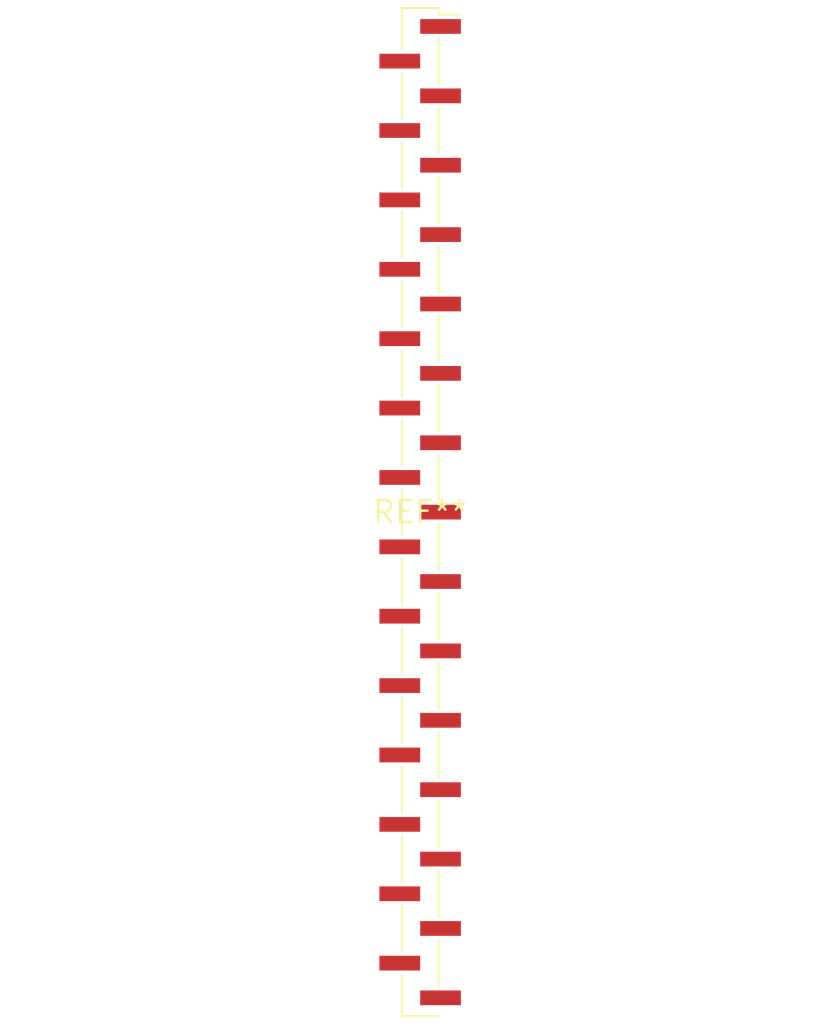
<source format=kicad_pcb>
(kicad_pcb (version 20240108) (generator pcbnew)
  (layers (0 "F.Cu" signal) (31 "B.Cu" signal) (34 "B.Paste" user) (35 "F.Paste" user) (36 "B.SilkS" user "B.Silkscreen") (37 "F.SilkS" user "F.Silkscreen") (38 "B.Mask" user) (39 "F.Mask" user) (44 "Edge.Cuts" user))
  (net 0 "")
  (footprint "PinHeader_1x29_P2.00mm_Vertical_SMD_Pin1Right" (layer "F.Cu") (at 0 0)
    (property "Reference" "REF**")
    (property "Value" "PinHeader_1x29_P2.00mm_Vertical_SMD_Pin1Right")
    (fp_line (start -1.06 -29.06) (end -1.06 -26.685) (layer "F.SilkS") (stroke (width 0.12)))
    (fp_line (start -1.06 -29.06) (end 1.06 -29.06) (layer "F.SilkS") (stroke (width 0.12)))
    (fp_line (start -1.06 -25.315) (end -1.06 -22.685) (layer "F.SilkS") (stroke (width 0.12)))
    (fp_line (start -1.06 -21.315) (end -1.06 -18.685) (layer "F.SilkS") (stroke (width 0.12)))
    (fp_line (start -1.06 -17.315) (end -1.06 -14.685) (layer "F.SilkS") (stroke (width 0.12)))
    (fp_line (start -1.06 -13.315) (end -1.06 -10.685) (layer "F.SilkS") (stroke (width 0.12)))
    (fp_line (start -1.06 -9.315) (end -1.06 -6.685) (layer "F.SilkS") (stroke (width 0.12)))
    (fp_line (start -1.06 -5.315) (end -1.06 -2.685) (layer "F.SilkS") (stroke (width 0.12)))
    (fp_line (start -1.06 -1.315) (end -1.06 1.315) (layer "F.SilkS") (stroke (width 0.12)))
    (fp_line (start -1.06 2.685) (end -1.06 5.315) (layer "F.SilkS") (stroke (width 0.12)))
    (fp_line (start -1.06 6.685) (end -1.06 9.315) (layer "F.SilkS") (stroke (width 0.12)))
    (fp_line (start -1.06 10.685) (end -1.06 13.315) (layer "F.SilkS") (stroke (width 0.12)))
    (fp_line (start -1.06 14.685) (end -1.06 17.315) (layer "F.SilkS") (stroke (width 0.12)))
    (fp_line (start -1.06 18.685) (end -1.06 21.315) (layer "F.SilkS") (stroke (width 0.12)))
    (fp_line (start -1.06 22.685) (end -1.06 25.315) (layer "F.SilkS") (stroke (width 0.12)))
    (fp_line (start -1.06 26.685) (end -1.06 29.06) (layer "F.SilkS") (stroke (width 0.12)))
    (fp_line (start -1.06 28.685) (end -1.06 29.06) (layer "F.SilkS") (stroke (width 0.12)))
    (fp_line (start -1.06 29.06) (end 1.06 29.06) (layer "F.SilkS") (stroke (width 0.12)))
    (fp_line (start 1.06 -29.06) (end 1.06 -28.685) (layer "F.SilkS") (stroke (width 0.12)))
    (fp_line (start 1.06 -28.685) (end 2.29 -28.685) (layer "F.SilkS") (stroke (width 0.12)))
    (fp_line (start 1.06 -27.315) (end 1.06 -24.685) (layer "F.SilkS") (stroke (width 0.12)))
    (fp_line (start 1.06 -23.315) (end 1.06 -20.685) (layer "F.SilkS") (stroke (width 0.12)))
    (fp_line (start 1.06 -19.315) (end 1.06 -16.685) (layer "F.SilkS") (stroke (width 0.12)))
    (fp_line (start 1.06 -15.315) (end 1.06 -12.685) (layer "F.SilkS") (stroke (width 0.12)))
    (fp_line (start 1.06 -11.315) (end 1.06 -8.685) (layer "F.SilkS") (stroke (width 0.12)))
    (fp_line (start 1.06 -7.315) (end 1.06 -4.685) (layer "F.SilkS") (stroke (width 0.12)))
    (fp_line (start 1.06 -3.315) (end 1.06 -0.685) (layer "F.SilkS") (stroke (width 0.12)))
    (fp_line (start 1.06 0.685) (end 1.06 3.315) (layer "F.SilkS") (stroke (width 0.12)))
    (fp_line (start 1.06 4.685) (end 1.06 7.315) (layer "F.SilkS") (stroke (width 0.12)))
    (fp_line (start 1.06 8.685) (end 1.06 11.315) (layer "F.SilkS") (stroke (width 0.12)))
    (fp_line (start 1.06 12.685) (end 1.06 15.315) (layer "F.SilkS") (stroke (width 0.12)))
    (fp_line (start 1.06 16.685) (end 1.06 19.315) (layer "F.SilkS") (stroke (width 0.12)))
    (fp_line (start 1.06 20.685) (end 1.06 23.315) (layer "F.SilkS") (stroke (width 0.12)))
    (fp_line (start 1.06 24.685) (end 1.06 27.315) (layer "F.SilkS") (stroke (width 0.12)))
    (pad "1" smd rect (at 1.175 -28) (size 2.35 0.85) (layers "F.Cu" "F.Paste" "F.Mask"))
    (pad "2" smd rect (at -1.175 -26) (size 2.35 0.85) (layers "F.Cu" "F.Paste" "F.Mask"))
    (pad "3" smd rect (at 1.175 -24) (size 2.35 0.85) (layers "F.Cu" "F.Paste" "F.Mask"))
    (pad "4" smd rect (at -1.175 -22) (size 2.35 0.85) (layers "F.Cu" "F.Paste" "F.Mask"))
    (pad "5" smd rect (at 1.175 -20) (size 2.35 0.85) (layers "F.Cu" "F.Paste" "F.Mask"))
    (pad "6" smd rect (at -1.175 -18) (size 2.35 0.85) (layers "F.Cu" "F.Paste" "F.Mask"))
    (pad "7" smd rect (at 1.175 -16) (size 2.35 0.85) (layers "F.Cu" "F.Paste" "F.Mask"))
    (pad "8" smd rect (at -1.175 -14) (size 2.35 0.85) (layers "F.Cu" "F.Paste" "F.Mask"))
    (pad "9" smd rect (at 1.175 -12) (size 2.35 0.85) (layers "F.Cu" "F.Paste" "F.Mask"))
    (pad "10" smd rect (at -1.175 -10) (size 2.35 0.85) (layers "F.Cu" "F.Paste" "F.Mask"))
    (pad "11" smd rect (at 1.175 -8) (size 2.35 0.85) (layers "F.Cu" "F.Paste" "F.Mask"))
    (pad "12" smd rect (at -1.175 -6) (size 2.35 0.85) (layers "F.Cu" "F.Paste" "F.Mask"))
    (pad "13" smd rect (at 1.175 -4) (size 2.35 0.85) (layers "F.Cu" "F.Paste" "F.Mask"))
    (pad "14" smd rect (at -1.175 -2) (size 2.35 0.85) (layers "F.Cu" "F.Paste" "F.Mask"))
    (pad "15" smd rect (at 1.175 0) (size 2.35 0.85) (layers "F.Cu" "F.Paste" "F.Mask"))
    (pad "16" smd rect (at -1.175 2) (size 2.35 0.85) (layers "F.Cu" "F.Paste" "F.Mask"))
    (pad "17" smd rect (at 1.175 4) (size 2.35 0.85) (layers "F.Cu" "F.Paste" "F.Mask"))
    (pad "18" smd rect (at -1.175 6) (size 2.35 0.85) (layers "F.Cu" "F.Paste" "F.Mask"))
    (pad "19" smd rect (at 1.175 8) (size 2.35 0.85) (layers "F.Cu" "F.Paste" "F.Mask"))
    (pad "20" smd rect (at -1.175 10) (size 2.35 0.85) (layers "F.Cu" "F.Paste" "F.Mask"))
    (pad "21" smd rect (at 1.175 12) (size 2.35 0.85) (layers "F.Cu" "F.Paste" "F.Mask"))
    (pad "22" smd rect (at -1.175 14) (size 2.35 0.85) (layers "F.Cu" "F.Paste" "F.Mask"))
    (pad "23" smd rect (at 1.175 16) (size 2.35 0.85) (layers "F.Cu" "F.Paste" "F.Mask"))
    (pad "24" smd rect (at -1.175 18) (size 2.35 0.85) (layers "F.Cu" "F.Paste" "F.Mask"))
    (pad "25" smd rect (at 1.175 20) (size 2.35 0.85) (layers "F.Cu" "F.Paste" "F.Mask"))
    (pad "26" smd rect (at -1.175 22) (size 2.35 0.85) (layers "F.Cu" "F.Paste" "F.Mask"))
    (pad "27" smd rect (at 1.175 24) (size 2.35 0.85) (layers "F.Cu" "F.Paste" "F.Mask"))
    (pad "28" smd rect (at -1.175 26) (size 2.35 0.85) (layers "F.Cu" "F.Paste" "F.Mask"))
    (pad "29" smd rect (at 1.175 28) (size 2.35 0.85) (layers "F.Cu" "F.Paste" "F.Mask"))
  )
)
</source>
